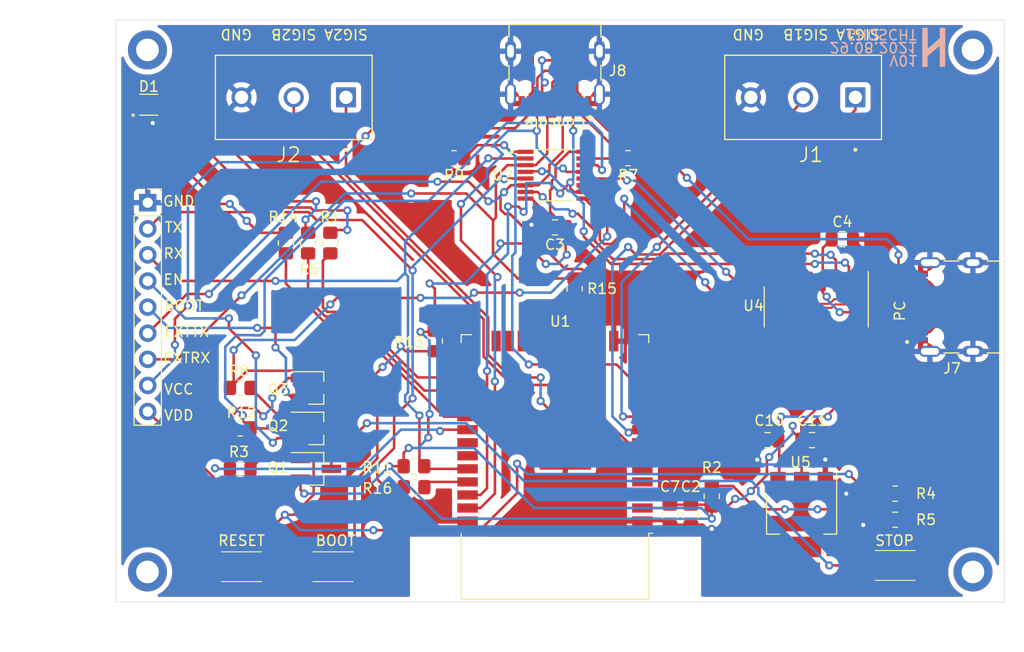
<source format=kicad_pcb>
(kicad_pcb (version 20211014) (generator pcbnew)

  (general
    (thickness 1.6)
  )

  (paper "A4")
  (title_block
    (title "Control")
    (date "2021-08-29")
    (rev "v01")
    (comment 4 "Author: GHOSCHT")
  )

  (layers
    (0 "F.Cu" signal)
    (31 "B.Cu" signal)
    (32 "B.Adhes" user "B.Adhesive")
    (33 "F.Adhes" user "F.Adhesive")
    (34 "B.Paste" user)
    (35 "F.Paste" user)
    (36 "B.SilkS" user "B.Silkscreen")
    (37 "F.SilkS" user "F.Silkscreen")
    (38 "B.Mask" user)
    (39 "F.Mask" user)
    (40 "Dwgs.User" user "User.Drawings")
    (41 "Cmts.User" user "User.Comments")
    (42 "Eco1.User" user "User.Eco1")
    (43 "Eco2.User" user "User.Eco2")
    (44 "Edge.Cuts" user)
    (45 "Margin" user)
    (46 "B.CrtYd" user "B.Courtyard")
    (47 "F.CrtYd" user "F.Courtyard")
    (48 "B.Fab" user)
    (49 "F.Fab" user)
  )

  (setup
    (pad_to_mask_clearance 0)
    (pcbplotparams
      (layerselection 0x00010fc_ffffffff)
      (disableapertmacros false)
      (usegerberextensions true)
      (usegerberattributes true)
      (usegerberadvancedattributes true)
      (creategerberjobfile true)
      (svguseinch false)
      (svgprecision 6)
      (excludeedgelayer true)
      (plotframeref false)
      (viasonmask false)
      (mode 1)
      (useauxorigin false)
      (hpglpennumber 1)
      (hpglpenspeed 20)
      (hpglpendiameter 15.000000)
      (dxfpolygonmode true)
      (dxfimperialunits true)
      (dxfusepcbnewfont true)
      (psnegative false)
      (psa4output false)
      (plotreference true)
      (plotvalue true)
      (plotinvisibletext false)
      (sketchpadsonfab false)
      (subtractmaskfromsilk true)
      (outputformat 1)
      (mirror false)
      (drillshape 0)
      (scaleselection 1)
      (outputdirectory "Gerber/")
    )
  )

  (net 0 "")
  (net 1 "VDD")
  (net 2 "GND")
  (net 3 "MUXDTR")
  (net 4 "VCC")
  (net 5 "Net-(D1-Pad2)")
  (net 6 "Net-(D1-Pad1)")
  (net 7 "Net-(D1-Pad3)")
  (net 8 "RX")
  (net 9 "TX")
  (net 10 "EN")
  (net 11 "BOOT")
  (net 12 "unconnected-(J7-PadA5)")
  (net 13 "unconnected-(J7-PadB8)")
  (net 14 "unconnected-(J7-PadA8)")
  (net 15 "unconnected-(J7-PadB5)")
  (net 16 "EXTRTS")
  (net 17 "EXTDTR")
  (net 18 "Net-(Q2-Pad1)")
  (net 19 "SIG1A")
  (net 20 "SIG1B")
  (net 21 "D+")
  (net 22 "D-")
  (net 23 "SIG2A")
  (net 24 "SIG2B")
  (net 25 "RTS")
  (net 26 "Net-(Q3-Pad1)")
  (net 27 "EXTRX")
  (net 28 "EXTTX")
  (net 29 "DTR")
  (net 30 "LEDR")
  (net 31 "STOPRST")
  (net 32 "Net-(Q1-Pad1)")
  (net 33 "LEDG")
  (net 34 "LEDB")
  (net 35 "MUXRX")
  (net 36 "Net-(R15-Pad2)")
  (net 37 "MUXTX")
  (net 38 "Net-(R16-Pad2)")
  (net 39 "unconnected-(U1-Pad4)")
  (net 40 "unconnected-(U1-Pad5)")
  (net 41 "unconnected-(U1-Pad10)")
  (net 42 "unconnected-(U1-Pad11)")
  (net 43 "MUX")
  (net 44 "unconnected-(U1-Pad13)")
  (net 45 "unconnected-(U1-Pad14)")
  (net 46 "unconnected-(U1-Pad16)")
  (net 47 "unconnected-(U1-Pad19)")
  (net 48 "Net-(Q1-Pad3)")
  (net 49 "unconnected-(U1-Pad20)")
  (net 50 "unconnected-(U1-Pad21)")
  (net 51 "unconnected-(U1-Pad22)")
  (net 52 "unconnected-(U1-Pad23)")
  (net 53 "unconnected-(U1-Pad24)")
  (net 54 "unconnected-(U1-Pad26)")
  (net 55 "unconnected-(U1-Pad29)")
  (net 56 "unconnected-(U1-Pad32)")
  (net 57 "unconnected-(U1-Pad33)")
  (net 58 "Net-(R5-Pad2)")
  (net 59 "Net-(R7-Pad2)")
  (net 60 "MUXRTS")
  (net 61 "unconnected-(U4-Pad7)")
  (net 62 "unconnected-(U4-Pad8)")
  (net 63 "unconnected-(U4-Pad9)")
  (net 64 "unconnected-(U4-Pad10)")
  (net 65 "unconnected-(U4-Pad11)")
  (net 66 "unconnected-(U4-Pad12)")
  (net 67 "unconnected-(U4-Pad15)")

  (footprint "HRO_TYPE-C-31-M-12:HRO_TYPE-C-31-M-12" (layer "F.Cu") (at 187.96 101.727 90))

  (footprint "Resistor_SMD:R_0805_2012Metric_Pad1.20x1.40mm_HandSolder" (layer "F.Cu") (at 180.399 119.888))

  (footprint "Package_TO_SOT_SMD:SOT-23_Handsoldering" (layer "F.Cu") (at 124.079 117.475))

  (footprint "Resistor_SMD:R_0805_2012Metric_Pad1.20x1.40mm_HandSolder" (layer "F.Cu") (at 116.713 117.475 180))

  (footprint "Resistor_SMD:R_0805_2012Metric_Pad1.20x1.40mm_HandSolder" (layer "F.Cu") (at 180.399 122.428))

  (footprint "SKRKAEE020:SKRKAEE020" (layer "F.Cu") (at 180.399 126.873))

  (footprint "SKRKAEE020:SKRKAEE020" (layer "F.Cu") (at 116.84 127))

  (footprint "HRO_TYPE-C-31-M-12:HRO_TYPE-C-31-M-12" (layer "F.Cu") (at 147.32 76.835 180))

  (footprint "Package_SO:SOIC-16_3.9x9.9mm_P1.27mm" (layer "F.Cu") (at 172.72 101.727 -90))

  (footprint "Resistor_SMD:R_0805_2012Metric_Pad1.20x1.40mm_HandSolder" (layer "F.Cu") (at 133.604 117.221))

  (footprint "CUI_TB006-508-03BE:CUI_TB006-508-03BE" (layer "F.Cu") (at 127 81.3255 180))

  (footprint "Resistor_SMD:R_0805_2012Metric_Pad1.20x1.40mm_HandSolder" (layer "F.Cu") (at 162.56 120.142 -90))

  (footprint "CUI_TB006-508-03BE:CUI_TB006-508-03BE" (layer "F.Cu") (at 176.53 81.3255 180))

  (footprint "Capacitor_SMD:C_0805_2012Metric_Pad1.18x1.45mm_HandSolder" (layer "F.Cu") (at 160.528 122 -90))

  (footprint "Resistor_SMD:R_0805_2012Metric_Pad1.20x1.40mm_HandSolder" (layer "F.Cu") (at 154.432 87.249 180))

  (footprint "RF_Module:ESP32-WROOM-32" (layer "F.Cu") (at 147.32 114.3 180))

  (footprint "Resistor_SMD:R_0805_2012Metric_Pad1.20x1.40mm_HandSolder" (layer "F.Cu") (at 121.158 95.504 -90))

  (footprint "Package_TO_SOT_SMD:SOT-223-3_TabPin2" (layer "F.Cu") (at 171.3015 121.92 -90))

  (footprint (layer "F.Cu") (at 107.696 127.508))

  (footprint "Resistor_SMD:R_0805_2012Metric_Pad1.20x1.40mm_HandSolder" (layer "F.Cu") (at 149.225 99.949 -90))

  (footprint "CD74HC4053PWR:SOP65P640X120-16N" (layer "F.Cu") (at 147.32 88.9))

  (footprint "Capacitor_SMD:C_0805_2012Metric_Pad1.18x1.45mm_HandSolder" (layer "F.Cu") (at 167.9995 114.681 180))

  (footprint "Resistor_SMD:R_0805_2012Metric_Pad1.20x1.40mm_HandSolder" (layer "F.Cu") (at 116.713 113.538 180))

  (footprint "Capacitor_SMD:C_0805_2012Metric_Pad1.18x1.45mm_HandSolder" (layer "F.Cu") (at 158.496 122 -90))

  (footprint "Resistor_SMD:R_0805_2012Metric_Pad1.20x1.40mm_HandSolder" (layer "F.Cu") (at 135.636 105.029 -90))

  (footprint "Capacitor_SMD:C_0805_2012Metric_Pad1.18x1.45mm_HandSolder" (layer "F.Cu") (at 147.32 93.98 180))

  (footprint "Capacitor_SMD:C_0805_2012Metric_Pad1.18x1.45mm_HandSolder" (layer "F.Cu") (at 172.3175 114.681))

  (footprint "TJ-S1615CY6TGLCCSRGB-A5:TJ-S1615CY6TGLCCSRGB-A5" (layer "F.Cu") (at 107.823 82.042))

  (footprint "Connector_PinSocket_2.54mm:PinSocket_1x09_P2.54mm_Vertical" (layer "F.Cu") (at 107.721 91.577))

  (footprint "Capacitor_SMD:C_0805_2012Metric_Pad1.18x1.45mm_HandSolder" (layer "F.Cu") (at 175.26 95.123))

  (footprint "Package_TO_SOT_SMD:SOT-23_Handsoldering" (layer "F.Cu") (at 124.079 109.601))

  (footprint "Package_TO_SOT_SMD:SOT-23_Handsoldering" (layer "F.Cu") (at 124.079 113.538))

  (footprint "Resistor_SMD:R_0805_2012Metric_Pad1.20x1.40mm_HandSolder" (layer "F.Cu") (at 133.62 119.253))

  (footprint (layer "F.Cu") (at 187.96 76.708))

  (footprint "Resistor_SMD:R_0805_2012Metric_Pad1.20x1.40mm_HandSolder" (layer "F.Cu") (at 123.317 95.504 -90))

  (footprint "Resistor_SMD:R_0805_2012Metric_Pad1.20x1.40mm_HandSolder" (layer "F.Cu") (at 137.5 87.25 180))

  (footprint "Resistor_SMD:R_0805_2012Metric_Pad1.20x1.40mm_HandSolder" (layer "F.Cu") (at 125.476 95.504 -90))

  (footprint "Resistor_SMD:R_0805_2012Metric_Pad1.20x1.40mm_HandSolder" (layer "F.Cu") (at 116.713 109.601))

  (footprint "MountingHole:MountingHole_2.2mm_M2_DIN965_Pad" (layer "F.Cu") (at 107.696 76.708))

  (footprint (layer "F.Cu") (at 187.96 127.508))

  (footprint "SKRKAEE020:SKRKAEE020" (layer "F.Cu") (at 125.73 127 180))

  (footprint "logo:logo" (layer "B.Cu") (at 184.15 76.454 180))

  (gr_line (start 104.648 130.429) (end 191.008 130.429) (layer "Edge.Cuts") (width 0.05) (tstamp 00000000-0000-0000-0000-0000612be863))
  (gr_line (start 191.008 73.787) (end 104.648 73.787) (layer "Edge.Cuts") (width 0.05) (tstamp 27cb800c-91f2-4581-a3df-283140f8de7a))
  (gr_line (start 191.008 73.787) (end 191.008 130.429) (layer "Edge.Cuts") (width 0.05) (tstamp 8e2e528c-9fd7-4d33-b2f6-50348f1f17ab))
  (gr_line (start 104.648 73.787) (end 104.648 130.429) (layer "Edge.Cuts") (width 0.05) (tstamp c1dde370-6c97-4cf2-912e-7f65fb9cb8a0))
  (gr_text "V01" (at 181.229 77.724 180) (layer "B.SilkS") (tstamp 0bdb31bb-e7b5-4ded-9a42-2efeb7aa1eac)
    (effects (font (size 1 1) (thickness 0.15)) (justify mirror))
  )
  (gr_text "GHOSCHT" (at 179.07 75.184 180) (layer "B.SilkS") (tstamp 2923ebe6-b266-428c-b7d5-56fe4ec64f67)
    (effects (font (size 1 1) (thickness 0.15)) (justify mirror))
  )
  (gr_text "29.08.2021" (at 178.308 76.454 180) (layer "B.SilkS") (tstamp aa17e972-073e-46ab-870d-59e31e60c64c)
    (effects (font (size 1 1) (thickness 0.15)) (justify mirror))
  )
  (gr_text "BOOT" (at 125.984 124.46) (layer "F.SilkS") (tstamp 088b35ab-6d78-4c44-aeb5-74ffb6209ceb)
    (effects (font (size 1 1) (thickness 0.15)))
  )
  (gr_text "GND" (at 166.116 75.184 180) (layer "F.SilkS") (tstamp 11b9ffc6-14e8-4e91-8762-3d81fe2a07d2)
    (effects (font (size 1 1) (thickness 0.15)))
  )
  (gr_text "TX" (at 110.236 93.98) (layer "F.SilkS") (tstamp 24d2a8f4-83f5-480f-8025-157150dffac1)
    (effects (font (size 1 1) (thickness 0.15)))
  )
  (gr_text "PC" (at 180.848 102.108 90) (layer "F.SilkS") (tstamp 2a8f9805-2ef4-442d-b857-33308da9e6ff)
    (effects (font (size 1 1) (thickness 0.15)))
  )
  (gr_text "EXTTX" (at 111.506 104.14) (layer "F.SilkS") (tstamp 42442343-71e9-4fd8-af53-d327066ba410)
    (effects (font (size 1 1) (thickness 0.15)))
  )
  (gr_text "STOP" (at 180.34 124.46) (layer "F.SilkS") (tstamp 5d4fb0aa-e113-45aa-a776-e15a6f39ec77)
    (effects (font (size 1 1) (thickness 0.15)))
  )
  (gr_text "RESET" (at 116.84 124.46) (layer "F.SilkS") (tstamp 621c3af4-90a1-4ba1-81a2-96555f589eec)
    (effects (font (size 1 1) (thickness 0.15)))
  )
  (gr_text "VCC" (at 110.744 109.728) (layer "F.SilkS") (tstamp 6226a305-f20f-4b9e-b4cb-51ceb4b5635c)
    (effects (font (size 1 1) (thickness 0.15)))
  )
  (gr_text "SIG1A" (at 176.784 75.184 180) (layer "F.SilkS") (tstamp 6cdf380d-6a57-49a6-8f50-d7a4f8042bdc)
    (effects (font (size 1 1) (thickness 0.15)))
  )
  (gr_text "SIG1B" (at 171.704 75.184 180) (layer "F.SilkS") (tstamp 80184351-19b3-4bcd-82a1-58efa7bb8354)
    (effects (font (size 1 1) (thickness 0.15)))
  )
  (gr_text "SIG2B" (at 121.92 75.184 180) (layer "F.SilkS") (tstamp 898d1a4e-37cd-49c7-9c88-360a5e2964d8)
    (effects (font (size 1 1) (thickness 0.15)))
  )
  (gr_text "EXTRX" (at 111.506 106.68) (layer "F.SilkS") (tstamp 92cb1f6a-7469-4da5-bac0-8161abd9c26a)
    (effects (font (size 1 1) (thickness 0.15)))
  )
  (gr_text "GND" (at 110.744 91.44) (layer "F.SilkS") (tstamp a97de3bc-5ccd-42d6-9a63-b1503b8a9792)
    (effects (font (size 1 1) (thickness 0.15)))
  )
  (gr_text "VDD" (at 110.744 112.268) (layer "F.SilkS") (tstamp ae528489-6d55-4f16-814d-6ca34115416c)
    (effects (font (size 1 1) (thickness 0.15)))
  )
  (gr_text "EN" (at 110.236 99.06) (layer "F.SilkS") (tstamp aead7a94-6d70-4c1c-a9ab-3cb20a40441b)
    (effects (font (size 1 1) (thickness 0.15)))
  )
  (gr_text "SIG2A" (at 127 75.184 180) (layer "F.SilkS") (tstamp c536e94d-b0a9-457b-87ac-a4d2776a6072)
    (effects (font (size 1 1) (thickness 0.15)))
  )
  (gr_text "GND" (at 116.332 75.184 180) (layer "F.SilkS") (tstamp cdd4d047-9758-4b64-9ac5-1aaa6e3ca935)
    (effects (font (size 1 1) (thickness 0.15)))
  )
  (gr_text "BOOT" (at 111.252 101.6) (layer "F.SilkS") (tstamp f4ac5d7d-9a90-4d9f-9cdf-2565605b767d)
    (effects (font (size 1 1) (thickness 0.15)))
  )
  (gr_text "Console" (at 147.32 83.82 180) (layer "F.SilkS") (tstamp f588c104-1c05-4c2f-97b5-7cbc3bc48578)
    (effects (font (size 1 1) (thickness 0.15)))
  )
  (gr_text "RX" (at 110.236 96.52) (layer "F.SilkS") (tstamp f6aa4674-d291-423a-aa6a-d393beaaa511)
    (effects (font (size 1 1) (thickness 0.15)))
  )

  (segment (start 158.1735 121.285) (end 158.496 120.9625) (width 0.25) (layer "F.Cu") (net 1) (tstamp 0269a8ed-786b-4e26-8d4b-e8bd0509b3df))
  (segment (start 176.53 102.235) (end 177.165 102.87) (width 0.25) (layer "F.Cu") (net 1) (tstamp 0772fd48-5bc3-4da8-9b0d-ccf6209591d0))
  (segment (start 134.239 104.14) (end 135.525 104.14) (width 0.25) (layer "F.Cu") (net 1) (tstamp 09539c11-3ba5-4276-b948-a5382bb78908))
  (segment (start 147.373745 87.938782) (end 147.373745 89.091655) (width 0.25) (layer "F.Cu") (net 1) (tstamp 0a4d25ef-62e0-4b22-bbc0-59aaf29e4e1b))
  (segment (start 173.355 99.252) (end 173.355 100.33) (width 0.25) (layer "F.Cu") (net 1) (tstamp 0a9c7f15-aa9f-4a0a-b05c-3fc15e0d0978))
  (segment (start 173.355 99.252) (end 173.355 95.9905) (width 0.25) (layer "F.Cu") (net 1) (tstamp 0b3fd315-37ba-42d0-8b56-30a8f9dcf11b))
  (segment (start 171.28 113.089993) (end 171.28 114.681) (width 0.25) (layer "F.Cu") (net 1) (tstamp 0b7afe7a-ff88-44ea-ac05-02dfa9d6276c))
  (segment (start 114.32352 118.49952) (end 122.50448 118.49952) (width 0.25) (layer "F.Cu") (net 1) (tstamp 0ceddf5b-010b-4f0e-9269-3bad7cb9d81b))
  (segment (start 132.604 115.935) (end 133.096 115.443) (width 0.25) (layer "F.Cu") (net 1) (tstamp 1aece9cb-2b9d-4518-9f44-0ccc0cdea940))
  (segment (start 162.56 122.303569) (end 162.574027 122.317596) (width 0.25) (layer "F.Cu") (net 1) (tstamp 1ba25e51-decd-41d7-b19b-b2ab586c204c))
  (segment (start 135.001 114.427) (end 135.001 112.268) (width 0.25) (layer "F.Cu") (net 1) (tstamp 295b5c8a-7bd7-4591-ade0-3435507c03b4))
  (segment (start 147.019901 90.207499) (end 146.849499 90.377901) (width 0.25) (layer "F.Cu") (net 1) (tstamp 3084da06-00a6-4f14-a727-3176d92c7774))
  (segment (start 122.579 118.425) (end 122.579 119.531) (width 0.25) (layer "F.Cu") (net 1) (tstamp 343cb678-90ca-4aff-af78-94cc88a75536))
  (segment (start 132.604 117.221) (end 131.191 117.221) (width 0.25) (layer "F.Cu") (net 1) (tstamp 345072f7-c29d-4b13-bb9b-df0230736cf0))
  (segment (start 171.3015 114.7025) (end 171.28 114.681) (width 0.25) (layer "F.Cu") (net 1) (tstamp 35c989e0-39e1-43ec-b239-d7e1dcb0c7f0))
  (segment (start 150.19 86.625) (end 148.687527 86.625) (width 0.25) (layer "F.Cu") (net 1) (tstamp 3998811f-7627-4474-9a17-eb562a309e9c))
  (segment (start 167.926989 116.553011) (end 168.148 116.332) (width 0.25) (layer "F.Cu") (net 1) (tstamp 3aab8366-63f5-4a9a-bf3f-b8a16b9fd9de))
  (segment (start 162.56 121.142) (end 162.56 122.303569) (width 0.25) (layer "F.Cu") (net 1) (tstamp 40840c3a-c337-4642-82f1-bbf967ef10a6))
  (segment (start 148.463 96.647) (end 148.3575 96.5415) (width 0.25) (layer "F.Cu") (net 1) (tstamp 418b02e3-6526-4cf0-82ea-c3c3238b2643))
  (segment (start 135.525 104.14) (end 135.636 104.029) (width 0.25) (layer "F.Cu") (net 1) (tstamp 427bd064-4fc8-407a-a475-7edd970c0697))
  (segment (start 173.355 95.9905) (end 174.2225 95.123) (width 0.25) (layer "F.Cu") (net 1) (tstamp 5068ffea-401d-480b-be7d-45dcc507ba42))
  (segment (start 148.687527 86.625) (end 147.373745 87.938782) (width 0.25) (layer "F.Cu") (net 1) (tstamp 521814a4-da73-4b00-bc72-f6bf4972a15b))
  (segment (start 122.50448 118.49952) (end 122.579 118.425) (width 0.25) (layer "F.Cu") (net 1) (tstamp 58d3fcfb-bd84-4bf3-8b51-59e23982d9e7))
  (segment (start 173.355 100.33) (end 173.736 100.711) (width 0.25) (layer "F.Cu") (net 1) (tstamp 6744e999-2a5e-48b8-9441-51aa812e68d7))
  (segment (start 171.3015 118.77) (end 171.3015 114.7025) (width 0.25) (layer "F.Cu") (net 1) (tstamp 6a1c6a39-a320-48b7-bab4-cc1192b1ccdd))
  (segment (start 146.431 97.536) (end 144.437849 95.542849) (width 0.25) (layer "F.Cu") (net 1) (tstamp 6bc0c4e4-8c37-4283-9083-2fd3a4acd938))
  (segment (start 177.165 104.202) (end 177.165 107.204993) (width 0.25) (layer "F.Cu") (net 1) (tstamp 73c11c9b-605e-4462-916a-83ee7cabbb43))
  (segment (start 158.3475 121.285) (end 158.496 121.1365) (width 0.25) (layer "F.Cu") (net 1) (tstamp 7e475ffe-a64d-4cb1-820d-307b1df0149b))
  (segment (start 147.019901 89.445499) (end 147.019901 90.207499) (width 0.25) (layer "F.Cu") (net 1) (tstamp 941bbab6-4510-452f-ad5d-2a8aed977d28))
  (segment (start 162.3805 120.9625) (end 162.56 121.142) (width 0.25) (layer "F.Cu") (net 1) (tstamp 986d4720-736e-424d-9f5f-f7ba753dbfe1))
  (segment (start 107.721 111.897) (end 114.32352 118.49952) (width 0.25) (layer "F.Cu") (net 1) (tstamp 9e1b2541-b67f-4b5e-bd09-efd5a0086134))
  (segment (start 166.37 119.634) (end 167.926989 118.077011) (width 0.25) (layer "F.Cu") (net 1) (tstamp a2b97d53-3195-4227-8011-b624454b9fae))
  (segment (start 167.926989 118.077011) (end 167.926989 116.553011) (width 0.25) (layer "F.Cu") (net 1) (tstamp a4064802-7875-4c55-8f07-b0762ce79d9b))
  (segment (start 170.434 113.835) (end 171.28 114.681) (width 0.25) (layer "F.Cu") (net 1) (tstamp a82069c3-7919-45fa-afa6-fc79c0228e3a))
  (segment (start 122.579 119.531) (end 122.936 119.888) (width 0.25) (layer "F.Cu") (net 1) (tstamp b34bf608-3625-42a2-9d34-609708d3b8fe))
  (segment (start 148.3575 96.5415) (end 148.3575 93.98) (width 0.25) (layer "F.Cu") (net 1) (tstamp b3668f36-2753-47f4-9a49-876054e09a6f))
  (segment (start 177.165 102.87) (end 177.165 104.202) (width 0.25) (layer "F.Cu") (net 1) (tstamp b52c907b-8b3f-4ef5-87d2-50ffb8fd7ffc))
  (segment (start 177.165 107.204993) (end 171.28 113.089993) (width 0.25) (layer "F.Cu") (net 1) (tstamp b57cd337-be8b-4f7a-a766-04c16dc178dd))
  (segment (start 162.56 121.142) (end 164.1 121.142) (width 0.25) (layer "F.Cu") (net 1) (tstamp b7affdf8-6c67-4cb0-a191-645d6b76245e))
  (segment (start 146.849499 92.471999) (end 148.3575 93.98) (width 0.25) (layer "F.Cu") (net 1) (tstamp cf0e5f6e-0749-477e-bc2b-d6bb7be2badc))
  (segment (start 135.636 104.029) (end 135.636 99.949) (width 0.25) (layer "F.Cu") (net 1) (tstamp cff3efef-0f8f-4180-b13e-7b9f6aaf6281))
  (segment (start 135.636 99.949) (end 135.128 99.441) (width 0.25) (layer "F.Cu") (net 1) (tstamp d5eef11e-fe21-4235-bc85-2c8920677f98))
  (segment (start 132.604 117.221) (end 132.604 115.935) (width 0.25) (layer "F.Cu") (net 1) (tstamp d65d2812-1361-43d8-8287-3dd1106c2248))
  (segment (start 135.001 112.268) (end 135.128 112.141) (width 0.25) (layer "F.Cu") (net 1) (tstamp d752649f-8867-4a3d-b289-6187db024c75))
  (segment (start 175.006 102.235) (end 176.53 102.235) (width 0.25) (layer "F.Cu") (net 1) (tstamp da40ea85-accb-4afa-806b-e4833abeed1e))
  (segment (start 144.437849 95.542849) (end 142.0235 95.542849) (width 0.25) (layer "F.Cu") (net 1) (tstamp dd280948-81e9-4f9a-bc19-72cd7ad9ced0))
  (segment (start 146.849499 90.377901) (end 146.849499 92.471999) (width 0.25) (layer "F.Cu") (net 1) (tstamp df14aedd-eeae-48ed-915a-c64645bc317b))
  (segment (start 164.1 121.142) (end 164.846 120.396) (width 0.25) (layer "F.Cu") (net 1) (tstamp e0622e0c-c962-4d15-afc4-1deec92b669a))
  (segment (start 155.82 121.285) (end 158.1735 121.285) (width 0.25) (layer "F.Cu") (net 1) (tstamp e607bf39-86ac-4789-9dd8-0aeab6b27e9f))
  (segment (start 160.528 120.9625) (end 162.3805 120.9625) (width 0.25) (layer "F.Cu") (net 1) (tstamp e72296f5-4107-464d-8b8b-672d9e5e5450))
  (segment (start 170.434 113.284) (end 170.434 113.835) (width 0.25) (layer "F.Cu") (net 1) (tstamp e8b56a80-d3e0-43c7-b08f-00c7e1b348c8))
  (segment (start 147.373745 89.091655) (end 147.019901 89.445499) (width 0.25) (layer "F.Cu") (net 1) (tstamp eb10ebfa-a06c-4e20-b1b8-7c952c0c52c6))
  (segment (start 158.496 120.9625) (end 160.528 120.9625) (width 0.25) (layer "F.Cu") (net 1) (tstamp f0919a17-fbb1-4692-99c4-29078db562bd))
  (via (at 164.846 120.396) (size 0.8) (drill 0.4) (layers "F.Cu" "B.Cu") (net 1) (tstamp 18840ba6-e9c9-4c29-8bba-f8492c1e4bbe))
  (via (at 133.096 115.443) (size 0.8) (drill 0.4) (layers "F.Cu" "B.Cu") (net 1) (tstamp 2021f175-0a66-43bc-8c54-3b3b783c01d1))
  (via (at 173.736 100.711) (size 0.8) (drill 0.4) (layers "F.Cu" "B.Cu") (net 1) (tstamp 232054d8-fe51-4f6e-b84d-2bc2bf4f3aa0))
  (via (at 170.434 113.284) (size 0.8) (drill 0.4) (layers "F.Cu" "B.Cu") (net 1) (tstamp 2513bb60-f36a-4b2c-bd12-64ca567aef4c))
  (via (at 166.37 119.634) (size 0.8) (drill 0.4) (layers "F.Cu" "B.Cu") (net 1) (tstamp 42f77991-b59b-460d-b37d-128406f3f563))
  (via (at 142.0235 95.542849) (size 0.8) (drill 0.4) (layers "F.Cu" "B.Cu") (net 1) (tstamp 4501db26-2488-4db9-af45-4b3467011c80))
  (via (at 134.239 104.14) (size 0.8) (drill 0.4) (layers "F.Cu" "B.Cu") (net 1) (tstamp 492b4325-719b-4029-8f69-57186437ff7d))
  (via (at 168.148 116.332) (size 0.8) (drill 0.4) (layers "F.Cu" "B.Cu") (net 1) (tstamp 50fad4b8-0f32-44e5-b80c-7c8bd244bd6b))
  (via (at 135.128 99.441) (size 0.8) (drill 0.4) (layers "F.Cu" "B.Cu") (net 1) (tstamp 6221b4e6-9140-4049-861c-0eafd26316ba))
  (via (at 148.463 96.647) (size 0.8) (drill 0.4) (layers "F.Cu" "B.Cu") (net 1) (tstamp 6cb093cc-353e-4b67-8094-551608dc1e7e))
  (via (at 162.574027 122.317596) (size 0.8) (drill 0.4) (layers "F.Cu" "B.Cu") (net 1) (tstamp 89da002b-1c6b-4f22-a7ad-bcf65f82819e))
  (via (at 135.001 114.427) (size 0.8) (drill 0.4) (layers "F.Cu" "B.Cu") (net 1) (tstamp 9cb21eb4-986e-4d26-9147-63d29d7c7b73))
  (via (at 135.128 112.141) (size 0.8) (drill 0.4) (layers "F.Cu" "B.Cu") (net 1) (tstamp bfbdec1c-3f00-4e3f-a960-a05ea99d5c95))
  (via (at 146.431 97.536) (size 0.8) (drill 0.4) (layers "F.Cu" "B.Cu") (net 1) (tstamp c4676c82-8be7-43c7-ade8-7271cc2a881f))
  (via (at 175.006 102.235) (size 0.8) (drill 0.4) (layers "F.Cu" "B.Cu") (net 1) (tstamp d5eae238-2bf7-49b2-a399-fc40f0683f3a))
  (via (at 122.936 119.888) (size 0.8) (drill 0.4) (layers "F.Cu" "B.Cu") (net 1) (tstamp dc544e89-32c3-4445-98c2-04b3b91d6685))
  (via (at 131.191 117.221) (size 0.8) (drill 0.4) (layers "F.Cu" "B.Cu") (net 1) (tstamp fb89ad61-c608-4886-acc7-50d84b02865b))
  (segment (start 165.608 120.396) (end 166.37 119.634) (width 0.25) (layer "B.Cu") (net 1) (tstamp 021e50eb-f434-436c-96fe-615aa4e1c176))
  (segment (start 131.191 117.221) (end 136.297543 122.327543) (width 0.25) (layer "B.Cu") (net 1) (tstamp 09510aad-744d-4e76-84e6-9e7d678cbe82))
  (segment (start 122.936 119.888) (end 128.524 119.888) (width 0.25) (layer "B.Cu") (net 1) (tstamp 0dadc6cf-eb96-4951-85e9-e0c787c3fdfc))
  (segment (start 136.297543 122.327543) (end 162.56408 122.327543) (width 0.25) (layer "B.Cu") (net 1) (tstamp 1458f440-8773-4375-a788-3dacc7873cb6))
  (segment (start 173.736 100.965) (end 175.006 102.235) (width 0.25) (layer "B.Cu") (net 1) (tstamp 1a060c41-e347-43d0-be76-cda6be6fabdb))
  (segment (start 162.56408 122.327543) (end 162.574027 122.317596) (width 0.25) (layer "B.Cu") (net 1) (tstamp 1b88db39-08c0-4e9a-928c-64d2b65e8f13))
  (segment (start 146.431 97.536) (end 147.574 97.536) (width 0.25) (layer "B.Cu") (net 1) (tstamp 2198910c-e4cf-47f8-bf8f-cbbbc3478ac3))
  (segment (start 135.128 99.441) (end 138.5587 99.441) (width 0.25) (layer "B.Cu") (net 1) (tstamp 22d89ba1-3f09-4e16-9854-f5e25b90a150))
  (segment (start 135.128 112.141) (end 135.128 105.029) (width 0.25) (layer "B.Cu") (net 1) (tstamp 3186f461-6363-44b7-a33a-33bed59e4434))
  (segment (start 170.434 114.046) (end 170.434 113.284) (width 0.25) (layer "B.Cu") (net 1) (tstamp 34f20199-ca06-40d1-8580-b81f90c00cf8))
  (segment (start 145.288 121.285) (end 161.541431 121.285) (width 0.25) (layer "B.Cu") (net 1) (tstamp 3a761c2b-07fd-433e-a62f-3878d7bc6ba9))
  (segment (start 147.574 97.536) (end 148.463 96.647) (width 0.25) (layer "B.Cu") (net 1) (tstamp 40ac8635-5d7f-4583-b6fb-cb9e6af80bde))
  (segment (start 142.0235 95.9762) (end 142.0235 95.542849) (width 0.25) (layer "B.Cu") (net 1) (tstamp 5776a3b0-7224-4f9f-8c81-23da99ceb6c3))
  (segment (start 168.148 116.332) (end 170.434 114.046) (width 0.25) (layer "B.Cu") (net 1) (tstamp 65722034-28f2-4b02-a23d-9f52d6b6ffc9))
  (segment (start 161.541431 121.285) (end 162.574027 122.317596) (width 0.25) (layer "B.Cu") (net 1) (tstamp 75bb7da6-039f-40b8-ba94-99186b61d8b3))
  (segment (start 173.736 100.711) (end 173.736 100.965) (width 0.25) (layer "B.Cu") (net 1) (tstamp 7b186dc8-e40f-4e57-b661-81bd77a787b0))
  (segment (start 133.096 115.443) (end 133.985 115.443) (width 0.25) (layer "B.Cu") (net 1) (tstamp 7b1c8056-d92e-4fa6-97c4-e749f8a138eb))
  (segment (start 128.524 119.888) (end 131.191 117.221) (width 0.25) (layer "B.Cu") (net 1) (tstamp 7fb664a2-82a3-4290-b696-2187d2a43efa))
  (segment (start 135.128 105.029) (end 134.239 104.14) (width 0.25) (layer "B.Cu") (net 1) (tstamp 815965e0-40fa-4af4-8276-781b56064ceb))
  (segment (start 133.096 115.443) (end 139.446 115.443) (width 0.25) (layer "B.Cu") (net 1) (tstamp 82bb7156-1a6e-4d66-a09d-1fa84847ab75))
  (segment (start 139.446 115.443) (end 145.288 121.285) (width 0.25) (layer "B.Cu") (net 1) (tstamp 8416dec8-9844-4f31-a549-a6821ad18541))
  (segment (start 133.985 115.443) (end 135.001 114.427) (width 0.25) (layer "B.Cu") (net 1) (tstamp c1e67729-27c7-45dc-869e-f9df84ca8004))
  (segment (start 164.846 120.396) (end 165.608 120.396) (width 0.25) (layer "B.Cu") (net 1) (tstamp f659ace2-501e-415d-8f61-6e9a089ba861))
  (segment (start 138.5587 99.441) (end 142.0235 95.9762) (width 0.25) (layer "B.Cu") (net 1) (tstamp fcd0d9a4-aaf2-4391-94d0-03f6e503b730))
  (segment (start 166.962 114.681) (end 166.962 116.5645) (width 0.25) (layer "F.Cu") (net 2) (tstamp 1b1a26fb-eea8-4963-98ba-3cac0a0e7699))
  (segment (start 173.6015 118.77) (end 173.6015 116.572) (width 0.25) (layer "F.Cu") (net 2) (tstamp 22dd4885-f793-41fd-ba84-9e4b22514ffd))
  (segment (start 173.6015 116.572) (end 173.6015 114.9275) (width 0.25) (layer "F.Cu") (net 2) (tstamp 24d69e87-630c-4724-b73d-b9e4caa64bc0))
  (segment (start 106.951 82.567) (end 108.204 83.82) (width 0.25) (layer "F.Cu") (net 2) (tstamp 28710afd-dbe4-49da-80e6-73b74ac15c5b))
  (segment (start 162.4545 123.2115) (end 162.56 123.317) (width 0.25) (layer "F.Cu") (net 2) (tstamp 3341f917-00e9-4810-94f3-96deafe06e46))
  (segment (start 173.6015 118.77) (end 174.523 118.77) (width 0.25) (layer "F.Cu") (net 2) (tstamp 4fa34a99-9ad0-40fe-b35b-ef05b125c097))
  (segment (start 176.2975 95.123) (end 177.165 95.9905) (width 0.25) (layer "F.Cu") (net 2) (tstamp 5113a62a-daec-470b-a57d-52848c897cce))
  (segment (start 157.8395 122.555) (end 158.496 123.2115) (width 0.25) (layer "F.Cu") (net 2) (tstamp 59e48bd4-8c69-4be4-8845-3a9b411cbd7a))
  (segment (start 160.528 123.2115) (end 162.4545 123.2115) (width 0.25) (layer "F.Cu") (net 2) (tstamp 73ad6bf0-ec84-4d6c-b16b-9e75d276023d))
  (segment (start 178.891 122.936) (end 179.399 122.428) (width 0.25) (layer "F.Cu") (net 2) (tstamp 7ad25299-91f9-411e-a806-ef030c3fa5ee))
  (segment (start 166.962 116.5645) (end 166.9835 116.586) (width 0.25) (layer "F.Cu") (net 2) (tstamp 8d9d6cc8-1df0-4396-b630-452cd78f693c))
  (segment (start 158.496 123.2115) (end 160.528 123.2115) (width 0.25) (layer "F.Cu") (net 2) (tstamp a8d0cb69-2c4b-4754-99f8-fc8a779a0974))
  (segment (start 146.2825 93.98) (end 145.288 93.98) (width 0.25) (layer "F.Cu") (net 2) (tstamp aafebac0-e116-4697-a5aa-80734c3540ae))
  (segment (start 177.292 122.936) (end 178.891 122.936) (width 0.25) (layer "F.Cu") (net 2) (tstamp b7c4e718-e9fc-41f2-9dde-a81edcc7f4a8))
  (segment (start 146.2825 93.98) (end 146.2825 92.4275) (width 0.25) (layer "F.Cu") (net 2) (tstamp bb8d4560-cfa2-4b9c-b76c-f0650fc45344))
  (segment (start 174.523 118.77) (end 175.641 119.888) (width 0.25) (layer "F.Cu") (net 2) (tstamp c01a7fa2-f6d9-4011-84aa-912ba0204808))
  (segment (start 177.165 95.9905) (end 177.165 99.252) (width 0.25) (layer "F.Cu") (net 2) (tstamp c0662c31-007e-4a59-9a39-643b26e05f6a))
  (segment (start 106.948 82.567) (end 106.951 82.567) (width 0.25) (layer "F.Cu") (net 2) (tstamp c092d043-177b-4258-bbe1-d02c6aa9e6f2))
  (segment (start 145.03 91.175) (end 144.45 91.175) (width 0.25) (layer "F.Cu") (net 2) (tstamp c2f97fc5-9d78-492f-b15d-f7f5810fb8f9))
  (segment (start 146.2825 92.4275) (end 145.03 91.175) (width 0.25) (layer "F.Cu") (net 2) (tstamp c739dce0-de60-47ea-80cc-110ffc685632))
  (segment (start 155.82 122.555) (end 157.8395 122.555) (width 0.25) (layer "F.Cu") (net 2) (tstamp cb6740b8-549b-4a6a-8a21-34c650e4454b))
  (segment (start 145.288 93.98) (end 145.034 93.726) (width 0.25) (layer "F.Cu") (net 2) (tstamp cdad915e-54fd-4ecf-ba20-70e0be97a3dc))
  (segment (start 173.6015 114.9275) (end 173.355 114.681) (width 0.25) (layer "F.Cu") (net 2) (tstamp ceff2bb7-36a6-4e42-aa95-a1cec1a60fac))
  (via (at 173.6015 116.572) (size 0.8) (drill 0.4) (layers "F.Cu" "B.Cu") (net 2) (tstamp 4b7111c5-fe81-4118-b1e4-c4d052eff531))
  (via (at 145.034 93.726) (size 0.8) (drill 0.4) (layers "F.Cu" "B.Cu") (net 2) (tstamp 5218da90-61af-4006-831f-5c2bd8064f91))
  (via (at 162.56 123.317) (size 0.8) (drill 0.4) (layers "F.Cu" "B.Cu") (net 2) (tstamp 5d2bd8b0-5cab-45cd-94be-9e46fce1ebdf))
  (via (at 108.204 83.82) (size 0.8) (drill 0.4) (layers "F.Cu" "B.Cu") (net 2) (tstamp 65d4236e-6c52-480b-8bda-0f826f32e119))
  (via (at 177.292 122.936) (size 0.8) (drill 0.4) (layers "F.Cu" "B.Cu") (net 2) (tstamp cc7203da-a79f-4b15-b87e-565d408b2693))
  (via (at 166.9835 116.586) (size 0.8) (drill 0.4) (layers "F.Cu" "B.Cu") (net 2) (tstamp dc882d02-3cc4-472e-953a-e876b227b064))
  (via (at 175.641 119.888) (size 0.8) (drill 0.4) (layers "F.Cu" "B.Cu") (net 2) (tstamp f4c05903-6605-4c59-ad49-bc9b4a305eef))
  (segment (start 167.454001 117.056501) (end 173.116999 117.056501) (width 0.25) (layer "B.Cu") (net 2) (tstamp 03701660-0af0-4e7b-9171-9ebb83616505))
  (segment (start 177.292 121.539) (end 177.292 122.936) (width 0.25) (layer "B.Cu") (net 2) (tstamp 0af4423f-526a-4566-a231-c799bbcf3554))
  (segment (start 173.116999 117.056501) (end 173.6015 116.572) (width 0.25) (layer "B.Cu") (net 2) (tstamp 9cc4dd77-3f84-4100-af30-ea4c8fa3485e))
  (segment (start 166.9835 116.586) (end 167.454001 117.056501) (width 0.25) (layer "B.Cu") (net 2) (tstamp a8fbe27e-9ac5-4a7e-9fdd-562a15ef552a))
  (segment (start 175.641 119.888) (end 177.292 121.539) (width 0.25) (layer "B.Cu") (net 2) (tstamp d221c8f4-d085-4b97-97ff-586e683055df))
  (segment (start 172.431552 105.50152) (end 173.355 104.578072) (width 0.25) (layer "F.Cu") (net 3) (tstamp 14c535e1-128b-49c2-969e-eef4ff75d108))
  (segment (start 152.099901 95.593501) (end 151.675499 95.169099) (width 0.25) (layer "F.Cu") (net 3) (tstamp 470d1942-5b9b-4342-843d-aef6b12b04ae))
  (segment (start 151.675499 92.660499) (end 150.19 91.175) (width 0.25) (layer "F.Cu") (net 3) (tstamp 50e6951e-070a-4712-8d51-d68f34bd0479))
  (segment (start 151.675499 95.169099) (end 151.675499 92.660499) (width 0.25) (layer "F.Cu") (net 3) (tstamp 7180e7ea-9ace-46a6-9015-3c87fe6a25bb))
  (segment (start 161.925 99.314) (end 161.925 99.498072) (width 0.25) (layer "F.Cu") (net 3) (tstamp 8b0156bb-5168-4899-a375-b164c17244ab))
  (segment (start 173.355 104.578072) (end 173.355 104.202) (width 0.25) (layer "F.Cu") (net 3) (tstamp 8ce91693-267c-4526-ab51-0457f057085a))
  (segment (start 167.928448 105.50152) (end 172.431552 105.50152) (width 0.25) (layer "F.Cu") (net 3) (tstamp 8fee6ae5-6a13-4319-a6c7-4ff8fadc2414))
  (segment (start 154.051 91.186) (end 154.051 94.3696) (width 0.25) (layer "F.Cu") (net 3) (tstamp 95a326cc-494d-424f-9e30-10f61f7db13d))
  (segment (start 161.925 99.498072) (end 167.928448 105.50152) (width 0.25) (layer "F.Cu") (net 3) (tstamp b9fd349d-b383-435c-8562-be9b262ad840))
  (segment (start 154.051 94.3696) (end 152.827099 95.593501) (width 0.25) (layer "F.Cu") (net 3) (tstamp dd76bfe3-6145-471a-a6e2-f667ce6b2608))
  (segment (start 152.827099 95.593501) (end 152.099901 95.593501) (width 0.25) (layer "F.Cu") (net 3) (tstamp ffb2000e-84fc-40fb-a847-21f7a641599d))
  (via (at 161.925 99.314) (size 0.8) (drill 0.4) (layers "F.Cu" "B.Cu") (net 3) (tstamp 298c1273-0262-4481-88f4-f395c24d986b))
  (via (at 154.051 91.186) (size 0.8) (drill 0.4) (layers "F.Cu" "B.Cu") (net 3) (tstamp 2ba2cf8b-7e8c-4592-aac0-8187924a8897))
  (segment (start 161.925 99.314) (end 154.051 91.44) (width 0.25) (layer "B.Cu") (net 3) (tstamp 3a3a4e13-c3e9-4ddd-ad75-8f0424005dd2))
  (segment (start 154.051 91.44) (end 154.051 91.186) (width 0.25) (layer "B.Cu") (net 3) (tstamp 443e0251-73ce-467c-b489-27f0a14fe129))
  (segment (start 149.485479 76.968479) (end 149.485479 80.785108) (width 0.25) (layer "F.Cu") (net 4) (tstamp 13f83cd7-de8f-485c-be0e-4b54fafcde0e))
  (segment (start 169.126501 114.770501) (end 169.037 114.681) (width 0.25) (layer "F.Cu") (net 4) (tstamp 1458619f-4ba2-440f-9a7e-e3ff9bd131ba))
  (segment (start 183.725371 104.177) (end 185.039 102.863371) (width 0.25) (layer "F.Cu") (net 4) (tstamp 159a00be-8b01-4939-8a20-1270111fc2a9))
  (segment (start 169.0015 118.77) (end 169.126501 118.644999) (width 0.25) (layer "F.Cu") (net 4) (tstamp 1d2837dc-2094-4b4c-8819-55e93b72904f))
  (segment (start 182.865 99.277) (end 183.689022 99.277) (width 0.25) (layer "F.Cu") (net 4) (tstamp 1db97cd5-a9c7-49d5-ac3c-31561c13d7ce))
  (segment (start 149.77 82.905) (end 153.08948 86.22448) (width 0.25) (layer "F.Cu") (net 4) (tstamp 24a583aa-0f30-44d0-a9a2-5b4656a97115))
  (segment (start 182.865 104.177) (end 181.89 104.177) (width 0.25) (layer "F.Cu") (net 4) (tstamp 31f68ee2-e0c7-40c5-a039-bf6aa69b083c))
  (segment (start 129.667 84.328) (end 128.905 85.09) (width 0.25) (layer "F.Cu") (net 4) (tstamp 44f325b7-2434-46be-9c68-c124715d1134))
  (segment (start 182.865 104.177) (end 183.725371 104.177) (width 0.25) (layer "F.Cu") (net 4) (tstamp 52f7eda6-fd5b-45d7-8bb2-d7202850821c))
  (segment (start 183.689022 99.277) (end 185.039 100.626978) (width 0.25) (layer "F.Cu") (net 4) (tstamp 60cf15eb-a9ee-40b5-89ae-b6a31cfc5fa6))
  (segment (start 185.039 102.863371) (end 185.039 101.219) (width 0.25) (layer "F.Cu") (net 4) (tstamp 676a8f69-db83-4e4e-bc79-7b0584db297e))
  (segment (start 144.87 82.905) (end 143.447 84.328) (width 0.25) (layer "F.Cu") (net 4) (tstamp 70619cc5-1c6f-48c2-9b10-232582f78a7c))
  (segment (start 169.291 114.427) (end 169.037 114.681) (width 0.25) (layer "F.Cu") (net 4) (tstamp 710596b1-3d67-433c-9052-07eb5c967758))
  (segment (start 169.291 112.395) (end 169.291 114.427) (width 0.25) (layer "F.Cu") (net 4) (tstamp 733fc3da-e9cc-4149-8c0f-4d1dbe4e5bed))
  (segment (start 185.039 100.626978) (end 185.039 101.219) (width 0.25) (layer "F.Cu") (net 4) (tstamp 739b332b-cf66-40c8-b6eb-859e1a1df42d))
  (segment (start 145.154521 77.095479) (end 145.796 76.454) (width 0.25) (layer "F.Cu") (net 4) (tstamp 7401f853-b4d1-48b8-bf29-a300484159fd))
  (segment (start 180.721 96.647) (end 180.721 98.108) (width 0.25) (layer "F.Cu") (net 4) (tstamp 8379ea4c-bb45-4960-a402-e6c9cfef45fc))
  (segment (start 149.77 81.069629) (end 149.77 81.93) (width 0.25) (layer "F.Cu") (net 4) (tstamp 8b1e5577-f512-4e17-9b8a-b8f5a598adf1))
  (segment (start 181.89 99.277) (end 182.865 99.277) (width 0.25) (layer "F.Cu") (net 4) (tstamp 8e0ead45-4c20-4b9c-b2c4-eb8d93c6147f))
  (segment (start 148.971 76.454) (end 149.485479 76.968479) (width 0.25) (layer "F.Cu") (net 4) (tstamp 8f17ef81-8651-4c75-93ec-537a207cd59c))
  (segment (start 144.87 81.069629) (end 145.154521 80.785108) (width 0.25) (layer "F.Cu") (net 4) (tstamp 98c6e729-5491-42d1-bdd1-3ad0b02fc0a5))
  (segment (start 173.863 112.204) (end 173.863 112.395) (width 0.25) (layer "F.Cu") (net 4) (tstamp 9a430b43-2369-45cf-bff2-2e8002afe0b9))
  (segment (start 180.721 98.108) (end 181.89 99.277) (width 0.25) (layer "F.Cu") (net 4) (tstamp 9ac7b8fa-9780-4cae-a1d2-c8642f09820a))
  (segment (start 129.794 84.328) (end 129.667 84.328) (width 0.25) (layer "F.Cu") (net 4) (tstamp a315dfc8-c11a-409b-bf85-1226d0fdb62e))
  (segment (start 110.363 102.87) (end 110.363 105.41) (width 0.25) (layer "F.Cu") (net 4) (tstamp acc25bff-a2ae-44d4-a22f-49eacdbb63fb))
  (segment (start 157.21748 86.22448) (end 160.147 89.154) (width 0.25) (layer "F.Cu") (net 4) (tstamp b58ed26e-a550-4162-b104-fafc9d6e8463))
  (segment (start 145.154521 80.785108) (end 145.154521 77.095479) (width 0.25) (layer "F.Cu") (net 4) (tstamp b67bd46e-8e27-46c9-a228-d31a75e65ca8))
  (segment (start 144.87 81.93) (end 144.87 81.069629) (width 0.25) (layer "F.Cu") (net 4) (tstamp bc05e958-067d-4f77-acb2-e677e3a4011e))
  (segment (start 181.89 104.177) (end 173.863 112.204) (width 0.25) (layer "F.Cu") (net 4) (tstamp bd0dd924-bb8c-42f1-8b45-50195b8253aa))
  (segment (start 153.08948 86.22448) (end 157.21748 86.22448) (width 0.25) (layer "F.Cu") (net 4) (tstamp bd144e47-ee69-44af-b18f-c084705fecea))
  (segment (start 111.633 101.6) (end 110.363 102.87) (width 0.25) (layer "F.Cu") (net 4) (tstamp c00c5cdc-e2cb-4281-a355-ceb21eef17fe))
  (segment (start 169.126501 118.644999) (end 169.126501 114.770501) (width 0.25) (layer "F.Cu") (net 4) (tstamp dce0d0c8-64fc-42c2-af24-ca4fc661c13d))
  (segment (start 149.485479 80.785108) (end 149.77 81.069629) (width 0.25) (layer "F.Cu") (net 4) (tstamp e51734af-6b81-493e-b1bd-f33ca2b4c493))
  (segment (start 149.77 81.93) (end 149.77 82.905) (width 0.25) (layer "F.Cu") (net 4) (tstamp ef53cd1c-7c4b-4540-835b-9e68e41635aa))
  (segment (start 143.447 84.328) (end 129.794 84.328) (width 0.25) (layer "F.Cu") (net 4) (tstamp f0926dee-6a22-4dc2-96fe-a98b3d49e4db))
  (segment (start 145.796 76.454) (end 148.971 76.454) (width 0.25) (layer "F.Cu") (net 4) (tstamp fa890843-4bc6-482b-8cad-eb7fdd6c27db))
  (segment (start 144.87 81.93) (end 144.87 82.905) (width 0.25) (layer "F.Cu") (net 4) (tstamp fcbcbf51-4bfb-4051-ac2b-1846cfb83bc7))
  (via (at 110.363 105.41) (size 0.8) (drill 0.4) (layers "F.Cu" "B.Cu") (net 4) (tstamp 142f234b-3d98-4c23-b6d9-45dbc8fd0e30))
  (via (at 180.721 96.647) (size 0.8) (drill 0.4) (layers "F.Cu" "B.Cu") (net 4) (tstamp 398d19a0-15b1-4e7d-a95e-e4313abdf981))
  (via (at 169.291 112.395) (size 0.8) (drill 0.4) (layers "F.Cu" "B.Cu") (net 4) (tstamp 71690529-582a-4b64-b701-7c03b26529f6))
  (via (at 111.633 101.6) (size 0.8) (drill 0.4) (layers "F.Cu" "B.Cu") (net 4) (tstamp b1bf5a46-770f-41db-b43c-ea6e83c7f178))
  (via (at 160.147 89.154) (size 0.8) (drill 0.4) (layers "F.Cu" "B.Cu") (net 4) (tstamp b789eadd-8dd4-46f8-af88-99bc532708cf))
  (via (at 128.905 85.09) (size 0.8) (drill 0.4) (layers "F.Cu" "B.Cu") (net 4) (tstamp de0d518c-fee4-4246-941c-762d667ba5e2))
  (via (at 173.863 112.395) (size 0.8) (drill 0.4) (layers "F.Cu" "B.Cu") (net 4) (tstamp e80f590a-3c5e-4e36-9608-631e254c1ff9))
  (segment (start 111.633 90.551) (end 111.633 101.6) (width 0.25) (layer "B.Cu") (net 4) (tstamp 0d98f8c6-9a2d-4e13-88bf-45c227c31044))
  (segment (start 166.116 95.123) (end 179.578 95.123) (width 0.25) (layer "B.Cu") (net 4) (tstamp 15416255-62e4-4a3e-bdbe-995c6ca7509c))
  (segment (start 110.363 106.715) (end 107.721 109.357) (width 0.25) (layer "B.Cu") (net 4) (tstamp 2af76883-c89e-4a64-88b6-2485649f3751))
  (segment (start 128.905 85.09) (end 126.365 87.63) (width 0.25) (layer "B.Cu") (net 4) (tstamp 60fa68c9-9b44-46d3-af28-f1511fbb8383))
  (segment (start 180.721 96.266) (end 180.721 96.647) (width 0.25) (layer "B.Cu") (net 4) (tstamp 66aea902-0d1b-4e4c-a66e-4346da4fffda))
  (segment (start 160.147 89.154) (end 166.116 95.123) (width 0.25) (layer "B.Cu") (net 4) (tstamp 8ee6e6d6-0399-4988-af28-f246ed41d41f))
  (segment (start 114.554 87.63) (end 111.633 90.551) (width 0.25) (layer "B.Cu") (net 4) (tstamp a8ec2c72-7335-4ea2-955a-dd8ebe35e032))
  (segment (start 179.578 95.123) (end 180.721 96.266) (width 0.25) (layer "B.Cu") (net 4) (tstamp b9c545d6-eeed-4035-bc2e-e594c40a185b))
  (segment (start 173.863 112.395) (end 169.291 112.395) (width 0.25) (layer "B.Cu") (net 4) (tstamp cd85df34-8f74-4fcf-bea1-22b89269999b))
  (segment (start 110.363 105.41) (end 110.363 106.715) (width 0.25) (layer "B.Cu") (net 4) (tstamp dfe63a93-e1f7-44dd-984a-f3e83f7320b9))
  (segment (start 126.365 87.63) (end 114.554 87.63) (width 0.25) (layer "B.Cu") (net 4) (tstamp e0121400-aaec-48a9-8278-0d49e20050ba))
  (segment (start 123.063 93.218) (end 123.063 94.25) (width 0.25) (layer "F.Cu") (net 5) (tstamp 055bdf6c-8cc3-4825-bfa6-d4d011a61b81))
  (segment (start 123.063 94.25) (end 123.317 94.504) (width 0.25) (layer "F.Cu") (net 5) (tstamp 1d1a0762-bf31-4111-a033-66fb82b96b6f))
  (segment (start 108.698 81.517) (end 110.981 81.517) (width 0.25) (layer "F.Cu") (net 5) (tstamp 235083b7-5a25-4ab2-bc48-ffe6a5a7522e))
  (segment (start 110.981 81.517) (end 120.904 91.44) (width 0.25) (layer "F.Cu") (net 5) (tstamp 3ae21c60-bce6-473e-a7a6-cb32caa24841))
  (segment (start 120.904 91.44) (end 124.079 91.44) (width 0.25) (layer "F.Cu") (net 5) (tstamp 92dc4655-7583-473f-9ce1-c49d8731bbad))
  (via (at 123.063 93.218) (size 0.8) (drill 0.4) (layers "F.Cu" "B.Cu") (net 5) (tstamp 4f7dccf8-2433-4876-9a50-803c8819
... [623251 chars truncated]
</source>
